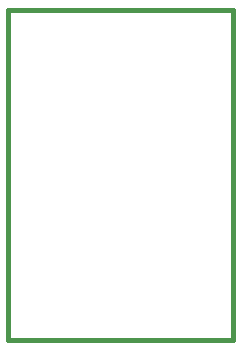
<source format=gbr>
G04 (created by PCBNEW (2013-07-07 BZR 4022)-stable) date 28/05/2014 08:13:03*
%MOIN*%
G04 Gerber Fmt 3.4, Leading zero omitted, Abs format*
%FSLAX34Y34*%
G01*
G70*
G90*
G04 APERTURE LIST*
%ADD10C,0.00590551*%
%ADD11C,0.015*%
G04 APERTURE END LIST*
G54D10*
G54D11*
X45000Y-34250D02*
X44750Y-34250D01*
X45000Y-23250D02*
X45000Y-34250D01*
X37500Y-23250D02*
X45000Y-23250D01*
X37500Y-34250D02*
X37500Y-23250D01*
X44750Y-34250D02*
X37500Y-34250D01*
M02*

</source>
